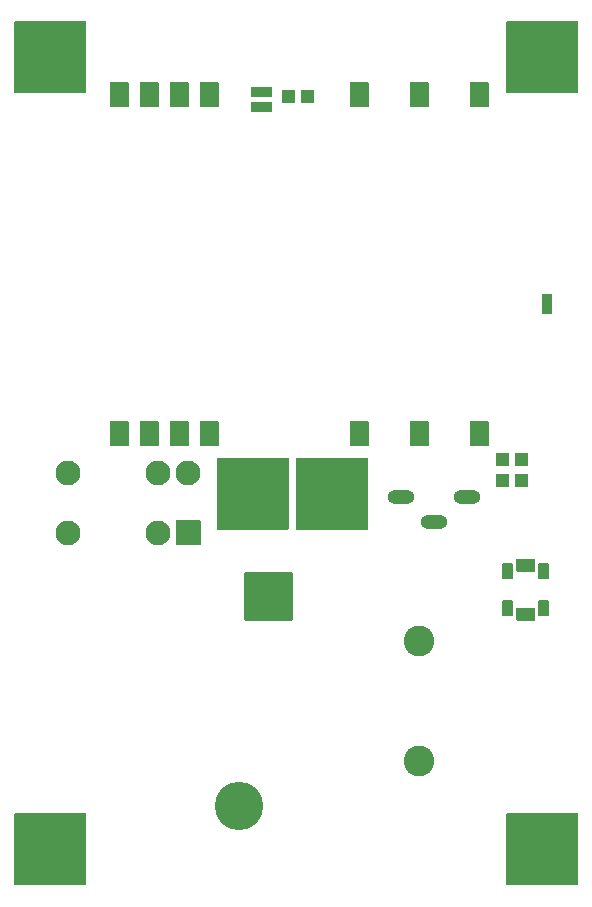
<source format=gbs>
G04 #@! TF.GenerationSoftware,KiCad,Pcbnew,(5.1.9)-1*
G04 #@! TF.CreationDate,2021-01-04T11:02:08-08:00*
G04 #@! TF.ProjectId,Plug_Pass,506c7567-5f50-4617-9373-2e6b69636164,v3.1*
G04 #@! TF.SameCoordinates,Original*
G04 #@! TF.FileFunction,Soldermask,Bot*
G04 #@! TF.FilePolarity,Negative*
%FSLAX46Y46*%
G04 Gerber Fmt 4.6, Leading zero omitted, Abs format (unit mm)*
G04 Created by KiCad (PCBNEW (5.1.9)-1) date 2021-01-04 11:02:08*
%MOMM*%
%LPD*%
G01*
G04 APERTURE LIST*
%ADD10O,2.301600X1.201600*%
%ADD11C,2.601600*%
%ADD12C,4.101600*%
%ADD13C,2.101600*%
%ADD14C,0.100000*%
G04 APERTURE END LIST*
G36*
G01*
X138722800Y-87249000D02*
X138722800Y-89279000D01*
G75*
G02*
X138672000Y-89329800I-50800J0D01*
G01*
X137172000Y-89329800D01*
G75*
G02*
X137121200Y-89279000I0J50800D01*
G01*
X137121200Y-87249000D01*
G75*
G02*
X137172000Y-87198200I50800J0D01*
G01*
X138672000Y-87198200D01*
G75*
G02*
X138722800Y-87249000I0J-50800D01*
G01*
G37*
G36*
G01*
X141262800Y-87249000D02*
X141262800Y-89279000D01*
G75*
G02*
X141212000Y-89329800I-50800J0D01*
G01*
X139712000Y-89329800D01*
G75*
G02*
X139661200Y-89279000I0J50800D01*
G01*
X139661200Y-87249000D01*
G75*
G02*
X139712000Y-87198200I50800J0D01*
G01*
X141212000Y-87198200D01*
G75*
G02*
X141262800Y-87249000I0J-50800D01*
G01*
G37*
G36*
G01*
X143802800Y-87249000D02*
X143802800Y-89279000D01*
G75*
G02*
X143752000Y-89329800I-50800J0D01*
G01*
X142252000Y-89329800D01*
G75*
G02*
X142201200Y-89279000I0J50800D01*
G01*
X142201200Y-87249000D01*
G75*
G02*
X142252000Y-87198200I50800J0D01*
G01*
X143752000Y-87198200D01*
G75*
G02*
X143802800Y-87249000I0J-50800D01*
G01*
G37*
G36*
G01*
X146342800Y-87249000D02*
X146342800Y-89279000D01*
G75*
G02*
X146292000Y-89329800I-50800J0D01*
G01*
X144792000Y-89329800D01*
G75*
G02*
X144741200Y-89279000I0J50800D01*
G01*
X144741200Y-87249000D01*
G75*
G02*
X144792000Y-87198200I50800J0D01*
G01*
X146292000Y-87198200D01*
G75*
G02*
X146342800Y-87249000I0J-50800D01*
G01*
G37*
G36*
G01*
X159042800Y-87249000D02*
X159042800Y-89279000D01*
G75*
G02*
X158992000Y-89329800I-50800J0D01*
G01*
X157492000Y-89329800D01*
G75*
G02*
X157441200Y-89279000I0J50800D01*
G01*
X157441200Y-87249000D01*
G75*
G02*
X157492000Y-87198200I50800J0D01*
G01*
X158992000Y-87198200D01*
G75*
G02*
X159042800Y-87249000I0J-50800D01*
G01*
G37*
G36*
G01*
X164122800Y-87249000D02*
X164122800Y-89279000D01*
G75*
G02*
X164072000Y-89329800I-50800J0D01*
G01*
X162572000Y-89329800D01*
G75*
G02*
X162521200Y-89279000I0J50800D01*
G01*
X162521200Y-87249000D01*
G75*
G02*
X162572000Y-87198200I50800J0D01*
G01*
X164072000Y-87198200D01*
G75*
G02*
X164122800Y-87249000I0J-50800D01*
G01*
G37*
G36*
G01*
X169202800Y-87249000D02*
X169202800Y-89279000D01*
G75*
G02*
X169152000Y-89329800I-50800J0D01*
G01*
X167652000Y-89329800D01*
G75*
G02*
X167601200Y-89279000I0J50800D01*
G01*
X167601200Y-87249000D01*
G75*
G02*
X167652000Y-87198200I50800J0D01*
G01*
X169152000Y-87198200D01*
G75*
G02*
X169202800Y-87249000I0J-50800D01*
G01*
G37*
G36*
G01*
X138722800Y-58549000D02*
X138722800Y-60579000D01*
G75*
G02*
X138672000Y-60629800I-50800J0D01*
G01*
X137172000Y-60629800D01*
G75*
G02*
X137121200Y-60579000I0J50800D01*
G01*
X137121200Y-58549000D01*
G75*
G02*
X137172000Y-58498200I50800J0D01*
G01*
X138672000Y-58498200D01*
G75*
G02*
X138722800Y-58549000I0J-50800D01*
G01*
G37*
G36*
G01*
X141262800Y-58549000D02*
X141262800Y-60579000D01*
G75*
G02*
X141212000Y-60629800I-50800J0D01*
G01*
X139712000Y-60629800D01*
G75*
G02*
X139661200Y-60579000I0J50800D01*
G01*
X139661200Y-58549000D01*
G75*
G02*
X139712000Y-58498200I50800J0D01*
G01*
X141212000Y-58498200D01*
G75*
G02*
X141262800Y-58549000I0J-50800D01*
G01*
G37*
G36*
G01*
X143802800Y-58549000D02*
X143802800Y-60579000D01*
G75*
G02*
X143752000Y-60629800I-50800J0D01*
G01*
X142252000Y-60629800D01*
G75*
G02*
X142201200Y-60579000I0J50800D01*
G01*
X142201200Y-58549000D01*
G75*
G02*
X142252000Y-58498200I50800J0D01*
G01*
X143752000Y-58498200D01*
G75*
G02*
X143802800Y-58549000I0J-50800D01*
G01*
G37*
G36*
G01*
X146342800Y-58549000D02*
X146342800Y-60579000D01*
G75*
G02*
X146292000Y-60629800I-50800J0D01*
G01*
X144792000Y-60629800D01*
G75*
G02*
X144741200Y-60579000I0J50800D01*
G01*
X144741200Y-58549000D01*
G75*
G02*
X144792000Y-58498200I50800J0D01*
G01*
X146292000Y-58498200D01*
G75*
G02*
X146342800Y-58549000I0J-50800D01*
G01*
G37*
G36*
G01*
X159042800Y-58549000D02*
X159042800Y-60579000D01*
G75*
G02*
X158992000Y-60629800I-50800J0D01*
G01*
X157492000Y-60629800D01*
G75*
G02*
X157441200Y-60579000I0J50800D01*
G01*
X157441200Y-58549000D01*
G75*
G02*
X157492000Y-58498200I50800J0D01*
G01*
X158992000Y-58498200D01*
G75*
G02*
X159042800Y-58549000I0J-50800D01*
G01*
G37*
G36*
G01*
X164122800Y-58549000D02*
X164122800Y-60579000D01*
G75*
G02*
X164072000Y-60629800I-50800J0D01*
G01*
X162572000Y-60629800D01*
G75*
G02*
X162521200Y-60579000I0J50800D01*
G01*
X162521200Y-58549000D01*
G75*
G02*
X162572000Y-58498200I50800J0D01*
G01*
X164072000Y-58498200D01*
G75*
G02*
X164122800Y-58549000I0J-50800D01*
G01*
G37*
G36*
G01*
X169202800Y-58549000D02*
X169202800Y-60579000D01*
G75*
G02*
X169152000Y-60629800I-50800J0D01*
G01*
X167652000Y-60629800D01*
G75*
G02*
X167601200Y-60579000I0J50800D01*
G01*
X167601200Y-58549000D01*
G75*
G02*
X167652000Y-58498200I50800J0D01*
G01*
X169152000Y-58498200D01*
G75*
G02*
X169202800Y-58549000I0J-50800D01*
G01*
G37*
G36*
G01*
X170685200Y-126444000D02*
X170685200Y-120444000D01*
G75*
G02*
X170736000Y-120393200I50800J0D01*
G01*
X176736000Y-120393200D01*
G75*
G02*
X176786800Y-120444000I0J-50800D01*
G01*
X176786800Y-126444000D01*
G75*
G02*
X176736000Y-126494800I-50800J0D01*
G01*
X170736000Y-126494800D01*
G75*
G02*
X170685200Y-126444000I0J50800D01*
G01*
G37*
G36*
G01*
X170685200Y-59388000D02*
X170685200Y-53388000D01*
G75*
G02*
X170736000Y-53337200I50800J0D01*
G01*
X176736000Y-53337200D01*
G75*
G02*
X176786800Y-53388000I0J-50800D01*
G01*
X176786800Y-59388000D01*
G75*
G02*
X176736000Y-59438800I-50800J0D01*
G01*
X170736000Y-59438800D01*
G75*
G02*
X170685200Y-59388000I0J50800D01*
G01*
G37*
G36*
G01*
X129029200Y-126444000D02*
X129029200Y-120444000D01*
G75*
G02*
X129080000Y-120393200I50800J0D01*
G01*
X135080000Y-120393200D01*
G75*
G02*
X135130800Y-120444000I0J-50800D01*
G01*
X135130800Y-126444000D01*
G75*
G02*
X135080000Y-126494800I-50800J0D01*
G01*
X129080000Y-126494800D01*
G75*
G02*
X129029200Y-126444000I0J50800D01*
G01*
G37*
G36*
G01*
X129029200Y-59388000D02*
X129029200Y-53388000D01*
G75*
G02*
X129080000Y-53337200I50800J0D01*
G01*
X135080000Y-53337200D01*
G75*
G02*
X135130800Y-53388000I0J-50800D01*
G01*
X135130800Y-59388000D01*
G75*
G02*
X135080000Y-59438800I-50800J0D01*
G01*
X129080000Y-59438800D01*
G75*
G02*
X129029200Y-59388000I0J50800D01*
G01*
G37*
D10*
X167392000Y-93599000D03*
X161792000Y-93599000D03*
X164592000Y-95749000D03*
G36*
G01*
X172547600Y-91641948D02*
X172547600Y-92762052D01*
G75*
G02*
X172531052Y-92778600I-16548J0D01*
G01*
X171460948Y-92778600D01*
G75*
G02*
X171444400Y-92762052I0J16548D01*
G01*
X171444400Y-91641948D01*
G75*
G02*
X171460948Y-91625400I16548J0D01*
G01*
X172531052Y-91625400D01*
G75*
G02*
X172547600Y-91641948I0J-16548D01*
G01*
G37*
G36*
G01*
X170947600Y-91641948D02*
X170947600Y-92762052D01*
G75*
G02*
X170931052Y-92778600I-16548J0D01*
G01*
X169860948Y-92778600D01*
G75*
G02*
X169844400Y-92762052I0J16548D01*
G01*
X169844400Y-91641948D01*
G75*
G02*
X169860948Y-91625400I16548J0D01*
G01*
X170931052Y-91625400D01*
G75*
G02*
X170947600Y-91641948I0J-16548D01*
G01*
G37*
G36*
G01*
X171537400Y-99873000D02*
X171537400Y-98923000D01*
G75*
G02*
X171639000Y-98821400I101600J0D01*
G01*
X173039000Y-98821400D01*
G75*
G02*
X173140600Y-98923000I0J-101600D01*
G01*
X173140600Y-99873000D01*
G75*
G02*
X173039000Y-99974600I-101600J0D01*
G01*
X171639000Y-99974600D01*
G75*
G02*
X171537400Y-99873000I0J101600D01*
G01*
G37*
G36*
G01*
X171537400Y-104023000D02*
X171537400Y-103073000D01*
G75*
G02*
X171639000Y-102971400I101600J0D01*
G01*
X173039000Y-102971400D01*
G75*
G02*
X173140600Y-103073000I0J-101600D01*
G01*
X173140600Y-104023000D01*
G75*
G02*
X173039000Y-104124600I-101600J0D01*
G01*
X171639000Y-104124600D01*
G75*
G02*
X171537400Y-104023000I0J101600D01*
G01*
G37*
G36*
G01*
X170439000Y-99221400D02*
X171189000Y-99221400D01*
G75*
G02*
X171290600Y-99323000I0J-101600D01*
G01*
X171290600Y-100473000D01*
G75*
G02*
X171189000Y-100574600I-101600J0D01*
G01*
X170439000Y-100574600D01*
G75*
G02*
X170337400Y-100473000I0J101600D01*
G01*
X170337400Y-99323000D01*
G75*
G02*
X170439000Y-99221400I101600J0D01*
G01*
G37*
G36*
G01*
X173489000Y-99221400D02*
X174239000Y-99221400D01*
G75*
G02*
X174340600Y-99323000I0J-101600D01*
G01*
X174340600Y-100473000D01*
G75*
G02*
X174239000Y-100574600I-101600J0D01*
G01*
X173489000Y-100574600D01*
G75*
G02*
X173387400Y-100473000I0J101600D01*
G01*
X173387400Y-99323000D01*
G75*
G02*
X173489000Y-99221400I101600J0D01*
G01*
G37*
G36*
G01*
X170439000Y-102371400D02*
X171189000Y-102371400D01*
G75*
G02*
X171290600Y-102473000I0J-101600D01*
G01*
X171290600Y-103623000D01*
G75*
G02*
X171189000Y-103724600I-101600J0D01*
G01*
X170439000Y-103724600D01*
G75*
G02*
X170337400Y-103623000I0J101600D01*
G01*
X170337400Y-102473000D01*
G75*
G02*
X170439000Y-102371400I101600J0D01*
G01*
G37*
G36*
G01*
X173489000Y-102371400D02*
X174239000Y-102371400D01*
G75*
G02*
X174340600Y-102473000I0J-101600D01*
G01*
X174340600Y-103623000D01*
G75*
G02*
X174239000Y-103724600I-101600J0D01*
G01*
X173489000Y-103724600D01*
G75*
G02*
X173387400Y-103623000I0J101600D01*
G01*
X173387400Y-102473000D01*
G75*
G02*
X173489000Y-102371400I101600J0D01*
G01*
G37*
G36*
G01*
X172547600Y-89863948D02*
X172547600Y-90984052D01*
G75*
G02*
X172531052Y-91000600I-16548J0D01*
G01*
X171460948Y-91000600D01*
G75*
G02*
X171444400Y-90984052I0J16548D01*
G01*
X171444400Y-89863948D01*
G75*
G02*
X171460948Y-89847400I16548J0D01*
G01*
X172531052Y-89847400D01*
G75*
G02*
X172547600Y-89863948I0J-16548D01*
G01*
G37*
G36*
G01*
X170947600Y-89863948D02*
X170947600Y-90984052D01*
G75*
G02*
X170931052Y-91000600I-16548J0D01*
G01*
X169860948Y-91000600D01*
G75*
G02*
X169844400Y-90984052I0J16548D01*
G01*
X169844400Y-89863948D01*
G75*
G02*
X169860948Y-89847400I16548J0D01*
G01*
X170931052Y-89847400D01*
G75*
G02*
X170947600Y-89863948I0J-16548D01*
G01*
G37*
G36*
G01*
X150025400Y-59708252D02*
X150025400Y-58909748D01*
G75*
G02*
X150037748Y-58897400I12348J0D01*
G01*
X150836252Y-58897400D01*
G75*
G02*
X150848600Y-58909748I0J-12348D01*
G01*
X150848600Y-59708252D01*
G75*
G02*
X150836252Y-59720600I-12348J0D01*
G01*
X150037748Y-59720600D01*
G75*
G02*
X150025400Y-59708252I0J12348D01*
G01*
G37*
G36*
G01*
X149125400Y-59708252D02*
X149125400Y-58909748D01*
G75*
G02*
X149137748Y-58897400I12348J0D01*
G01*
X149936252Y-58897400D01*
G75*
G02*
X149948600Y-58909748I0J-12348D01*
G01*
X149948600Y-59708252D01*
G75*
G02*
X149936252Y-59720600I-12348J0D01*
G01*
X149137748Y-59720600D01*
G75*
G02*
X149125400Y-59708252I0J12348D01*
G01*
G37*
G36*
G01*
X154386600Y-59129948D02*
X154386600Y-60250052D01*
G75*
G02*
X154370052Y-60266600I-16548J0D01*
G01*
X153299948Y-60266600D01*
G75*
G02*
X153283400Y-60250052I0J16548D01*
G01*
X153283400Y-59129948D01*
G75*
G02*
X153299948Y-59113400I16548J0D01*
G01*
X154370052Y-59113400D01*
G75*
G02*
X154386600Y-59129948I0J-16548D01*
G01*
G37*
G36*
G01*
X152786600Y-59129948D02*
X152786600Y-60250052D01*
G75*
G02*
X152770052Y-60266600I-16548J0D01*
G01*
X151699948Y-60266600D01*
G75*
G02*
X151683400Y-60250052I0J16548D01*
G01*
X151683400Y-59129948D01*
G75*
G02*
X151699948Y-59113400I16548J0D01*
G01*
X152770052Y-59113400D01*
G75*
G02*
X152786600Y-59129948I0J-16548D01*
G01*
G37*
G36*
G01*
X173717748Y-77323400D02*
X174516252Y-77323400D01*
G75*
G02*
X174528600Y-77335748I0J-12348D01*
G01*
X174528600Y-78134252D01*
G75*
G02*
X174516252Y-78146600I-12348J0D01*
G01*
X173717748Y-78146600D01*
G75*
G02*
X173705400Y-78134252I0J12348D01*
G01*
X173705400Y-77335748D01*
G75*
G02*
X173717748Y-77323400I12348J0D01*
G01*
G37*
G36*
G01*
X173717748Y-76423400D02*
X174516252Y-76423400D01*
G75*
G02*
X174528600Y-76435748I0J-12348D01*
G01*
X174528600Y-77234252D01*
G75*
G02*
X174516252Y-77246600I-12348J0D01*
G01*
X173717748Y-77246600D01*
G75*
G02*
X173705400Y-77234252I0J12348D01*
G01*
X173705400Y-76435748D01*
G75*
G02*
X173717748Y-76423400I12348J0D01*
G01*
G37*
G36*
G01*
X150025400Y-60978252D02*
X150025400Y-60179748D01*
G75*
G02*
X150037748Y-60167400I12348J0D01*
G01*
X150836252Y-60167400D01*
G75*
G02*
X150848600Y-60179748I0J-12348D01*
G01*
X150848600Y-60978252D01*
G75*
G02*
X150836252Y-60990600I-12348J0D01*
G01*
X150037748Y-60990600D01*
G75*
G02*
X150025400Y-60978252I0J12348D01*
G01*
G37*
G36*
G01*
X149125400Y-60978252D02*
X149125400Y-60179748D01*
G75*
G02*
X149137748Y-60167400I12348J0D01*
G01*
X149936252Y-60167400D01*
G75*
G02*
X149948600Y-60179748I0J-12348D01*
G01*
X149948600Y-60978252D01*
G75*
G02*
X149936252Y-60990600I-12348J0D01*
G01*
X149137748Y-60990600D01*
G75*
G02*
X149125400Y-60978252I0J12348D01*
G01*
G37*
D11*
X163275200Y-105841800D03*
X163275200Y-116001800D03*
G36*
G01*
X148575200Y-99981000D02*
X152575200Y-99981000D01*
G75*
G02*
X152626000Y-100031800I0J-50800D01*
G01*
X152626000Y-104031800D01*
G75*
G02*
X152575200Y-104082600I-50800J0D01*
G01*
X148575200Y-104082600D01*
G75*
G02*
X148524400Y-104031800I0J50800D01*
G01*
X148524400Y-100031800D01*
G75*
G02*
X148575200Y-99981000I50800J0D01*
G01*
G37*
D12*
X148035200Y-119811800D03*
G36*
G01*
X146225000Y-90294200D02*
X152225000Y-90294200D01*
G75*
G02*
X152275800Y-90345000I0J-50800D01*
G01*
X152275800Y-96345000D01*
G75*
G02*
X152225000Y-96395800I-50800J0D01*
G01*
X146225000Y-96395800D01*
G75*
G02*
X146174200Y-96345000I0J50800D01*
G01*
X146174200Y-90345000D01*
G75*
G02*
X146225000Y-90294200I50800J0D01*
G01*
G37*
G36*
G01*
X152956000Y-90294200D02*
X158956000Y-90294200D01*
G75*
G02*
X159006800Y-90345000I0J-50800D01*
G01*
X159006800Y-96345000D01*
G75*
G02*
X158956000Y-96395800I-50800J0D01*
G01*
X152956000Y-96395800D01*
G75*
G02*
X152905200Y-96345000I0J50800D01*
G01*
X152905200Y-90345000D01*
G75*
G02*
X152956000Y-90294200I50800J0D01*
G01*
G37*
D13*
X133604000Y-91567000D03*
X141224000Y-91567000D03*
X133604000Y-96647000D03*
X141224000Y-96647000D03*
X143764000Y-91567000D03*
G36*
G01*
X144814800Y-95647000D02*
X144814800Y-97647000D01*
G75*
G02*
X144764000Y-97697800I-50800J0D01*
G01*
X142764000Y-97697800D01*
G75*
G02*
X142713200Y-97647000I0J50800D01*
G01*
X142713200Y-95647000D01*
G75*
G02*
X142764000Y-95596200I50800J0D01*
G01*
X144764000Y-95596200D01*
G75*
G02*
X144814800Y-95647000I0J-50800D01*
G01*
G37*
D14*
G36*
X174529765Y-77232626D02*
G01*
X174530600Y-77234252D01*
X174530600Y-77282983D01*
X174530668Y-77283237D01*
X174530668Y-77286763D01*
X174530600Y-77286881D01*
X174530600Y-77335748D01*
X174529600Y-77337480D01*
X174527600Y-77337480D01*
X174526610Y-77335944D01*
X174526393Y-77333734D01*
X174525803Y-77331792D01*
X174524848Y-77330004D01*
X174523562Y-77328438D01*
X174521996Y-77327152D01*
X174520208Y-77326197D01*
X174518266Y-77325607D01*
X174516158Y-77325400D01*
X173717842Y-77325400D01*
X173715734Y-77325607D01*
X173713792Y-77326197D01*
X173712004Y-77327152D01*
X173710438Y-77328438D01*
X173709152Y-77330004D01*
X173708197Y-77331792D01*
X173707607Y-77333734D01*
X173707390Y-77335944D01*
X173706226Y-77337570D01*
X173704235Y-77337374D01*
X173703400Y-77335748D01*
X173703400Y-77287017D01*
X173703332Y-77286763D01*
X173703332Y-77283237D01*
X173703400Y-77283119D01*
X173703400Y-77234252D01*
X173704400Y-77232520D01*
X173706400Y-77232520D01*
X173707390Y-77234056D01*
X173707607Y-77236266D01*
X173708197Y-77238208D01*
X173709152Y-77239996D01*
X173710438Y-77241562D01*
X173712004Y-77242848D01*
X173713792Y-77243803D01*
X173715734Y-77244393D01*
X173717842Y-77244600D01*
X174516158Y-77244600D01*
X174518266Y-77244393D01*
X174520208Y-77243803D01*
X174521996Y-77242848D01*
X174523562Y-77241562D01*
X174524848Y-77239996D01*
X174525803Y-77238208D01*
X174526393Y-77236266D01*
X174526610Y-77234056D01*
X174527774Y-77232430D01*
X174529765Y-77232626D01*
G37*
G36*
X149988881Y-60165400D02*
G01*
X150037748Y-60165400D01*
X150039480Y-60166400D01*
X150039480Y-60168400D01*
X150037944Y-60169390D01*
X150035734Y-60169607D01*
X150033792Y-60170197D01*
X150032004Y-60171152D01*
X150030438Y-60172438D01*
X150029152Y-60174004D01*
X150028197Y-60175792D01*
X150027607Y-60177734D01*
X150027400Y-60179842D01*
X150027400Y-60978158D01*
X150027607Y-60980266D01*
X150028197Y-60982208D01*
X150029152Y-60983996D01*
X150030438Y-60985562D01*
X150032004Y-60986848D01*
X150033792Y-60987803D01*
X150035734Y-60988393D01*
X150037944Y-60988610D01*
X150039570Y-60989774D01*
X150039374Y-60991765D01*
X150037748Y-60992600D01*
X149989017Y-60992600D01*
X149988763Y-60992668D01*
X149985237Y-60992668D01*
X149985119Y-60992600D01*
X149936252Y-60992600D01*
X149934520Y-60991600D01*
X149934520Y-60989600D01*
X149936056Y-60988610D01*
X149938266Y-60988393D01*
X149940208Y-60987803D01*
X149941996Y-60986848D01*
X149943562Y-60985562D01*
X149944848Y-60983996D01*
X149945803Y-60982208D01*
X149946393Y-60980266D01*
X149946600Y-60978158D01*
X149946600Y-60179842D01*
X149946393Y-60177734D01*
X149945803Y-60175792D01*
X149944848Y-60174004D01*
X149943562Y-60172438D01*
X149941996Y-60171152D01*
X149940208Y-60170197D01*
X149938266Y-60169607D01*
X149936056Y-60169390D01*
X149934430Y-60168226D01*
X149934626Y-60166235D01*
X149936252Y-60165400D01*
X149984983Y-60165400D01*
X149985237Y-60165332D01*
X149988763Y-60165332D01*
X149988881Y-60165400D01*
G37*
G36*
X149988881Y-58895400D02*
G01*
X150037748Y-58895400D01*
X150039480Y-58896400D01*
X150039480Y-58898400D01*
X150037944Y-58899390D01*
X150035734Y-58899607D01*
X150033792Y-58900197D01*
X150032004Y-58901152D01*
X150030438Y-58902438D01*
X150029152Y-58904004D01*
X150028197Y-58905792D01*
X150027607Y-58907734D01*
X150027400Y-58909842D01*
X150027400Y-59708158D01*
X150027607Y-59710266D01*
X150028197Y-59712208D01*
X150029152Y-59713996D01*
X150030438Y-59715562D01*
X150032004Y-59716848D01*
X150033792Y-59717803D01*
X150035734Y-59718393D01*
X150037944Y-59718610D01*
X150039570Y-59719774D01*
X150039374Y-59721765D01*
X150037748Y-59722600D01*
X149989017Y-59722600D01*
X149988763Y-59722668D01*
X149985237Y-59722668D01*
X149985119Y-59722600D01*
X149936252Y-59722600D01*
X149934520Y-59721600D01*
X149934520Y-59719600D01*
X149936056Y-59718610D01*
X149938266Y-59718393D01*
X149940208Y-59717803D01*
X149941996Y-59716848D01*
X149943562Y-59715562D01*
X149944848Y-59713996D01*
X149945803Y-59712208D01*
X149946393Y-59710266D01*
X149946600Y-59708158D01*
X149946600Y-58909842D01*
X149946393Y-58907734D01*
X149945803Y-58905792D01*
X149944848Y-58904004D01*
X149943562Y-58902438D01*
X149941996Y-58901152D01*
X149940208Y-58900197D01*
X149938266Y-58899607D01*
X149936056Y-58899390D01*
X149934430Y-58898226D01*
X149934626Y-58896235D01*
X149936252Y-58895400D01*
X149984983Y-58895400D01*
X149985237Y-58895332D01*
X149988763Y-58895332D01*
X149988881Y-58895400D01*
G37*
M02*

</source>
